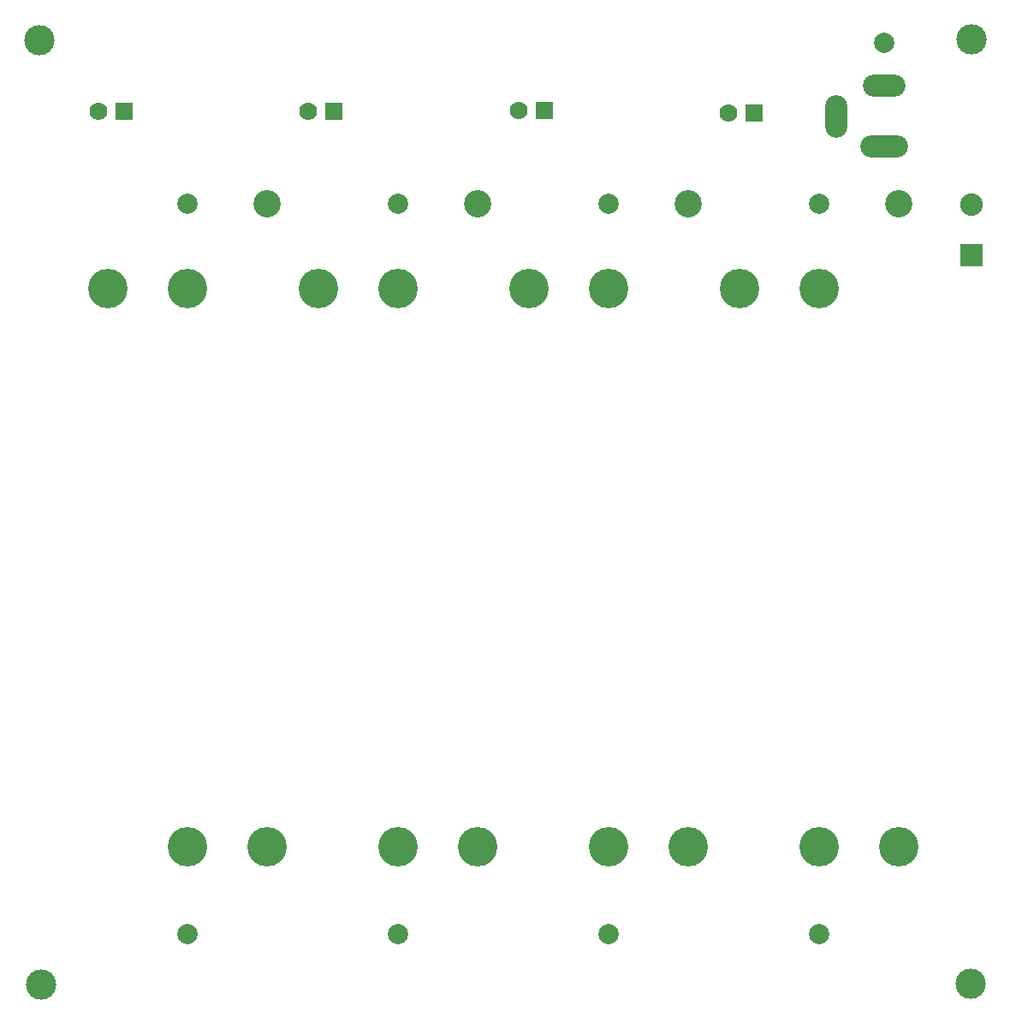
<source format=gts>
G04*
G04 #@! TF.GenerationSoftware,Altium Limited,Altium Designer,19.1.5 (86)*
G04*
G04 Layer_Color=8388736*
%FSLAX24Y24*%
%MOIN*%
G70*
G01*
G75*
%ADD12C,0.1537*%
%ADD13C,0.0789*%
%ADD14C,0.1064*%
%ADD15C,0.0880*%
%ADD16R,0.0880X0.0880*%
%ADD17O,0.1852X0.0867*%
%ADD18O,0.1655X0.0867*%
%ADD19O,0.0867X0.1655*%
%ADD20R,0.0700X0.0700*%
%ADD21C,0.0700*%
%ADD22C,0.1180*%
D12*
X6910Y6518D02*
D03*
Y28251D02*
D03*
X10008Y6518D02*
D03*
X3812Y28251D02*
D03*
X15110Y6518D02*
D03*
Y28251D02*
D03*
X18208Y6518D02*
D03*
X12012Y28251D02*
D03*
X23300Y6518D02*
D03*
Y28251D02*
D03*
X26398Y6518D02*
D03*
X20202Y28251D02*
D03*
X31490Y6518D02*
D03*
Y28251D02*
D03*
X34588Y6518D02*
D03*
X28392Y28251D02*
D03*
D13*
X6910Y3117D02*
D03*
Y31550D02*
D03*
X15110Y3117D02*
D03*
Y31550D02*
D03*
X23300Y3117D02*
D03*
Y31550D02*
D03*
X31490Y3117D02*
D03*
Y31550D02*
D03*
X34050Y37804D02*
D03*
D14*
X10008Y31550D02*
D03*
X18208D02*
D03*
X26398D02*
D03*
X34588D02*
D03*
D15*
X37450Y31528D02*
D03*
D16*
Y29560D02*
D03*
D17*
X34050Y33788D02*
D03*
D18*
Y36150D02*
D03*
D19*
X32160Y34969D02*
D03*
D20*
X28970Y35100D02*
D03*
X20810Y35180D02*
D03*
X4450Y35150D02*
D03*
X12590Y35170D02*
D03*
D21*
X27970Y35100D02*
D03*
X19810Y35180D02*
D03*
X3450Y35150D02*
D03*
X11590Y35170D02*
D03*
D22*
X37420Y37950D02*
D03*
X37390Y1190D02*
D03*
X1200Y1160D02*
D03*
X1130Y37930D02*
D03*
M02*

</source>
